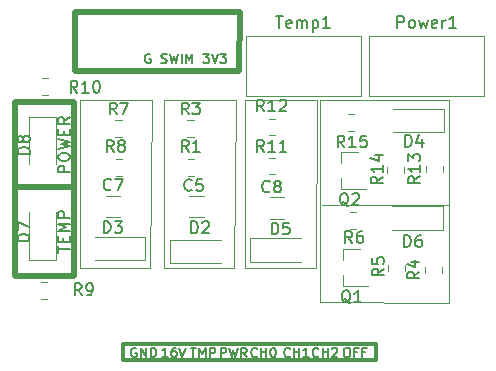
<source format=gbr>
%TF.GenerationSoftware,KiCad,Pcbnew,(5.1.4-0-10_14)*%
%TF.CreationDate,2019-08-17T10:21:19+03:00*%
%TF.ProjectId,Cooler_routed,436f6f6c-6572-45f7-926f-757465642e6b,rev?*%
%TF.SameCoordinates,Original*%
%TF.FileFunction,Legend,Top*%
%TF.FilePolarity,Positive*%
%FSLAX46Y46*%
G04 Gerber Fmt 4.6, Leading zero omitted, Abs format (unit mm)*
G04 Created by KiCad (PCBNEW (5.1.4-0-10_14)) date 2019-08-17 10:21:19*
%MOMM*%
%LPD*%
G04 APERTURE LIST*
%ADD10C,0.120000*%
%ADD11C,0.500000*%
%ADD12C,0.150000*%
%ADD13C,0.300000*%
G04 APERTURE END LIST*
D10*
X210362800Y-91998800D02*
X210362800Y-106222800D01*
X210362800Y-106222800D02*
X216408000Y-106222800D01*
X216458800Y-91998800D02*
X210362800Y-91998800D01*
X216408000Y-106222800D02*
X216458800Y-91998800D01*
X203504800Y-106222800D02*
X209473800Y-106222800D01*
X209600800Y-91998800D02*
X203504800Y-91998800D01*
X209473800Y-106222800D02*
X209600800Y-91998800D01*
X203504800Y-91998800D02*
X203504800Y-106222800D01*
X227685600Y-100914200D02*
X216890600Y-100914200D01*
X227685600Y-100406200D02*
X227685600Y-100914200D01*
X227685600Y-109169200D02*
X227685600Y-92024200D01*
X216712800Y-109118400D02*
X227685600Y-109169200D01*
X216763600Y-92024200D02*
X216712800Y-109118400D01*
X227685600Y-92024200D02*
X216763600Y-92024200D01*
D11*
X196024500Y-89522300D02*
X209931000Y-89535000D01*
X196062600Y-84543900D02*
X209969100Y-84556600D01*
X195999100Y-84556600D02*
X196024500Y-89522300D01*
X209969100Y-84556600D02*
X209931000Y-89535000D01*
D12*
X201193476Y-113011000D02*
X201117285Y-112972904D01*
X201003000Y-112972904D01*
X200888714Y-113011000D01*
X200812523Y-113087190D01*
X200774428Y-113163380D01*
X200736333Y-113315761D01*
X200736333Y-113430047D01*
X200774428Y-113582428D01*
X200812523Y-113658619D01*
X200888714Y-113734809D01*
X201003000Y-113772904D01*
X201079190Y-113772904D01*
X201193476Y-113734809D01*
X201231571Y-113696714D01*
X201231571Y-113430047D01*
X201079190Y-113430047D01*
X201574428Y-113772904D02*
X201574428Y-112972904D01*
X202031571Y-113772904D01*
X202031571Y-112972904D01*
X202412523Y-113772904D02*
X202412523Y-112972904D01*
X202603000Y-112972904D01*
X202717285Y-113011000D01*
X202793476Y-113087190D01*
X202831571Y-113163380D01*
X202869666Y-113315761D01*
X202869666Y-113430047D01*
X202831571Y-113582428D01*
X202793476Y-113658619D01*
X202717285Y-113734809D01*
X202603000Y-113772904D01*
X202412523Y-113772904D01*
X203847761Y-113772904D02*
X203390619Y-113772904D01*
X203619190Y-113772904D02*
X203619190Y-112972904D01*
X203543000Y-113087190D01*
X203466809Y-113163380D01*
X203390619Y-113201476D01*
X204533476Y-112972904D02*
X204381095Y-112972904D01*
X204304904Y-113011000D01*
X204266809Y-113049095D01*
X204190619Y-113163380D01*
X204152523Y-113315761D01*
X204152523Y-113620523D01*
X204190619Y-113696714D01*
X204228714Y-113734809D01*
X204304904Y-113772904D01*
X204457285Y-113772904D01*
X204533476Y-113734809D01*
X204571571Y-113696714D01*
X204609666Y-113620523D01*
X204609666Y-113430047D01*
X204571571Y-113353857D01*
X204533476Y-113315761D01*
X204457285Y-113277666D01*
X204304904Y-113277666D01*
X204228714Y-113315761D01*
X204190619Y-113353857D01*
X204152523Y-113430047D01*
X204838238Y-112972904D02*
X205104904Y-113772904D01*
X205371571Y-112972904D01*
X205797285Y-112972904D02*
X206254428Y-112972904D01*
X206025857Y-113772904D02*
X206025857Y-112972904D01*
X206521095Y-113772904D02*
X206521095Y-112972904D01*
X206787761Y-113544333D01*
X207054428Y-112972904D01*
X207054428Y-113772904D01*
X207435380Y-113772904D02*
X207435380Y-112972904D01*
X207740142Y-112972904D01*
X207816333Y-113011000D01*
X207854428Y-113049095D01*
X207892523Y-113125285D01*
X207892523Y-113239571D01*
X207854428Y-113315761D01*
X207816333Y-113353857D01*
X207740142Y-113391952D01*
X207435380Y-113391952D01*
X208356333Y-113772904D02*
X208356333Y-112972904D01*
X208661095Y-112972904D01*
X208737285Y-113011000D01*
X208775380Y-113049095D01*
X208813476Y-113125285D01*
X208813476Y-113239571D01*
X208775380Y-113315761D01*
X208737285Y-113353857D01*
X208661095Y-113391952D01*
X208356333Y-113391952D01*
X209080142Y-112972904D02*
X209270619Y-113772904D01*
X209423000Y-113201476D01*
X209575380Y-113772904D01*
X209765857Y-112972904D01*
X210527761Y-113772904D02*
X210261095Y-113391952D01*
X210070619Y-113772904D02*
X210070619Y-112972904D01*
X210375380Y-112972904D01*
X210451571Y-113011000D01*
X210489666Y-113049095D01*
X210527761Y-113125285D01*
X210527761Y-113239571D01*
X210489666Y-113315761D01*
X210451571Y-113353857D01*
X210375380Y-113391952D01*
X210070619Y-113391952D01*
X211410619Y-113696714D02*
X211372523Y-113734809D01*
X211258238Y-113772904D01*
X211182047Y-113772904D01*
X211067761Y-113734809D01*
X210991571Y-113658619D01*
X210953476Y-113582428D01*
X210915380Y-113430047D01*
X210915380Y-113315761D01*
X210953476Y-113163380D01*
X210991571Y-113087190D01*
X211067761Y-113011000D01*
X211182047Y-112972904D01*
X211258238Y-112972904D01*
X211372523Y-113011000D01*
X211410619Y-113049095D01*
X211753476Y-113772904D02*
X211753476Y-112972904D01*
X211753476Y-113353857D02*
X212210619Y-113353857D01*
X212210619Y-113772904D02*
X212210619Y-112972904D01*
X212743952Y-112972904D02*
X212820142Y-112972904D01*
X212896333Y-113011000D01*
X212934428Y-113049095D01*
X212972523Y-113125285D01*
X213010619Y-113277666D01*
X213010619Y-113468142D01*
X212972523Y-113620523D01*
X212934428Y-113696714D01*
X212896333Y-113734809D01*
X212820142Y-113772904D01*
X212743952Y-113772904D01*
X212667761Y-113734809D01*
X212629666Y-113696714D01*
X212591571Y-113620523D01*
X212553476Y-113468142D01*
X212553476Y-113277666D01*
X212591571Y-113125285D01*
X212629666Y-113049095D01*
X212667761Y-113011000D01*
X212743952Y-112972904D01*
X214204619Y-113696714D02*
X214166523Y-113734809D01*
X214052238Y-113772904D01*
X213976047Y-113772904D01*
X213861761Y-113734809D01*
X213785571Y-113658619D01*
X213747476Y-113582428D01*
X213709380Y-113430047D01*
X213709380Y-113315761D01*
X213747476Y-113163380D01*
X213785571Y-113087190D01*
X213861761Y-113011000D01*
X213976047Y-112972904D01*
X214052238Y-112972904D01*
X214166523Y-113011000D01*
X214204619Y-113049095D01*
X214547476Y-113772904D02*
X214547476Y-112972904D01*
X214547476Y-113353857D02*
X215004619Y-113353857D01*
X215004619Y-113772904D02*
X215004619Y-112972904D01*
X215804619Y-113772904D02*
X215347476Y-113772904D01*
X215576047Y-113772904D02*
X215576047Y-112972904D01*
X215499857Y-113087190D01*
X215423666Y-113163380D01*
X215347476Y-113201476D01*
X216617619Y-113696714D02*
X216579523Y-113734809D01*
X216465238Y-113772904D01*
X216389047Y-113772904D01*
X216274761Y-113734809D01*
X216198571Y-113658619D01*
X216160476Y-113582428D01*
X216122380Y-113430047D01*
X216122380Y-113315761D01*
X216160476Y-113163380D01*
X216198571Y-113087190D01*
X216274761Y-113011000D01*
X216389047Y-112972904D01*
X216465238Y-112972904D01*
X216579523Y-113011000D01*
X216617619Y-113049095D01*
X216960476Y-113772904D02*
X216960476Y-112972904D01*
X216960476Y-113353857D02*
X217417619Y-113353857D01*
X217417619Y-113772904D02*
X217417619Y-112972904D01*
X217760476Y-113049095D02*
X217798571Y-113011000D01*
X217874761Y-112972904D01*
X218065238Y-112972904D01*
X218141428Y-113011000D01*
X218179523Y-113049095D01*
X218217619Y-113125285D01*
X218217619Y-113201476D01*
X218179523Y-113315761D01*
X217722380Y-113772904D01*
X218217619Y-113772904D01*
X218948095Y-112972904D02*
X219100476Y-112972904D01*
X219176666Y-113011000D01*
X219252857Y-113087190D01*
X219290952Y-113239571D01*
X219290952Y-113506238D01*
X219252857Y-113658619D01*
X219176666Y-113734809D01*
X219100476Y-113772904D01*
X218948095Y-113772904D01*
X218871904Y-113734809D01*
X218795714Y-113658619D01*
X218757619Y-113506238D01*
X218757619Y-113239571D01*
X218795714Y-113087190D01*
X218871904Y-113011000D01*
X218948095Y-112972904D01*
X219900476Y-113353857D02*
X219633809Y-113353857D01*
X219633809Y-113772904D02*
X219633809Y-112972904D01*
X220014761Y-112972904D01*
X220586190Y-113353857D02*
X220319523Y-113353857D01*
X220319523Y-113772904D02*
X220319523Y-112972904D01*
X220700476Y-112972904D01*
D10*
X196392800Y-106222800D02*
X202361800Y-106222800D01*
X196392800Y-91998800D02*
X196392800Y-106222800D01*
X202488800Y-91998800D02*
X196392800Y-91998800D01*
X202361800Y-106222800D02*
X202488800Y-91998800D01*
D11*
X190931800Y-99377500D02*
X195910200Y-99364800D01*
X190906400Y-106934000D02*
X195961000Y-106934000D01*
X195961000Y-106934000D02*
X195910200Y-92151200D01*
D13*
X221488000Y-112649000D02*
X200075800Y-112649000D01*
D11*
X190906400Y-106934000D02*
X190931800Y-92163900D01*
X190931800Y-92163900D02*
X195910200Y-92151200D01*
D13*
X200075800Y-112649000D02*
X200075800Y-114046000D01*
X221488000Y-114046000D02*
X221488000Y-112649000D01*
X200152000Y-114046000D02*
X221488000Y-114046000D01*
D10*
%TO.C,Q1*%
X218658000Y-104592000D02*
X218658000Y-105522000D01*
X218658000Y-107752000D02*
X218658000Y-106822000D01*
X218658000Y-107752000D02*
X220818000Y-107752000D01*
X218658000Y-104592000D02*
X220118000Y-104592000D01*
%TO.C,R4*%
X227049000Y-106632252D02*
X227049000Y-106109748D01*
X225629000Y-106632252D02*
X225629000Y-106109748D01*
%TO.C,R5*%
X223938000Y-105965748D02*
X223938000Y-106488252D01*
X222518000Y-105965748D02*
X222518000Y-106488252D01*
%TO.C,R6*%
X219254748Y-102894000D02*
X219777252Y-102894000D01*
X219254748Y-101474000D02*
X219777252Y-101474000D01*
%TO.C,C5*%
X206901064Y-101926000D02*
X205696936Y-101926000D01*
X206901064Y-100106000D02*
X205696936Y-100106000D01*
%TO.C,C7*%
X198620936Y-101926000D02*
X199825064Y-101926000D01*
X198620936Y-100106000D02*
X199825064Y-100106000D01*
%TO.C,C8*%
X213722064Y-102053000D02*
X212517936Y-102053000D01*
X213722064Y-100233000D02*
X212517936Y-100233000D01*
%TO.C,D2*%
X208331000Y-103826000D02*
X204031000Y-103826000D01*
X204031000Y-103826000D02*
X204031000Y-105826000D01*
X204031000Y-105826000D02*
X208331000Y-105826000D01*
%TO.C,D3*%
X201963000Y-103572000D02*
X197663000Y-103572000D01*
X201963000Y-105572000D02*
X201963000Y-103572000D01*
X197663000Y-105572000D02*
X201963000Y-105572000D01*
%TO.C,D4*%
X222938000Y-94726000D02*
X227238000Y-94726000D01*
X227238000Y-94726000D02*
X227238000Y-92726000D01*
X227238000Y-92726000D02*
X222938000Y-92726000D01*
%TO.C,D5*%
X215161000Y-103699000D02*
X210861000Y-103699000D01*
X210861000Y-103699000D02*
X210861000Y-105699000D01*
X210861000Y-105699000D02*
X215161000Y-105699000D01*
%TO.C,D6*%
X227165000Y-100981000D02*
X222865000Y-100981000D01*
X227165000Y-102981000D02*
X227165000Y-100981000D01*
X222865000Y-102981000D02*
X227165000Y-102981000D01*
%TO.C,D7*%
X192134000Y-101524000D02*
X192134000Y-105584000D01*
X192134000Y-105584000D02*
X194404000Y-105584000D01*
X194404000Y-105584000D02*
X194404000Y-101524000D01*
%TO.C,D8*%
X192134000Y-93399600D02*
X192134000Y-97459600D01*
X194404000Y-93399600D02*
X192134000Y-93399600D01*
X194404000Y-97459600D02*
X194404000Y-93399600D01*
%TO.C,Q2*%
X218493000Y-96362400D02*
X218493000Y-97292400D01*
X218493000Y-99522400D02*
X218493000Y-98592400D01*
X218493000Y-99522400D02*
X220653000Y-99522400D01*
X218493000Y-96362400D02*
X219953000Y-96362400D01*
%TO.C,R1*%
X206052252Y-97003800D02*
X205529748Y-97003800D01*
X206052252Y-98423800D02*
X205529748Y-98423800D01*
%TO.C,R3*%
X205520748Y-93701800D02*
X206043252Y-93701800D01*
X205520748Y-95121800D02*
X206043252Y-95121800D01*
%TO.C,R7*%
X199424748Y-95121800D02*
X199947252Y-95121800D01*
X199424748Y-93701800D02*
X199947252Y-93701800D01*
%TO.C,R8*%
X199956252Y-98423800D02*
X199433748Y-98423800D01*
X199956252Y-97003800D02*
X199433748Y-97003800D01*
%TO.C,R9*%
X193134748Y-107443000D02*
X193657252Y-107443000D01*
X193134748Y-108863000D02*
X193657252Y-108863000D01*
%TO.C,R10*%
X193235748Y-91591200D02*
X193758252Y-91591200D01*
X193235748Y-90171200D02*
X193758252Y-90171200D01*
%TO.C,R11*%
X212387748Y-96876800D02*
X212910252Y-96876800D01*
X212387748Y-98296800D02*
X212910252Y-98296800D01*
%TO.C,R12*%
X212919252Y-93574800D02*
X212396748Y-93574800D01*
X212919252Y-94994800D02*
X212396748Y-94994800D01*
%TO.C,R13*%
X225706000Y-98093052D02*
X225706000Y-97570548D01*
X227126000Y-98093052D02*
X227126000Y-97570548D01*
%TO.C,R14*%
X223874000Y-97672148D02*
X223874000Y-98194652D01*
X222454000Y-97672148D02*
X222454000Y-98194652D01*
%TO.C,R15*%
X219083748Y-94639200D02*
X219606252Y-94639200D01*
X219083748Y-93219200D02*
X219606252Y-93219200D01*
%TO.C,Power1*%
X230640000Y-86573200D02*
X230640000Y-91643200D01*
X220870000Y-86573200D02*
X220870000Y-91643200D01*
X220870000Y-91643200D02*
X230640000Y-91643200D01*
X220870000Y-86573200D02*
X230640000Y-86573200D01*
%TO.C,Temp1*%
X210456000Y-86573200D02*
X220226000Y-86573200D01*
X210456000Y-91643200D02*
X220226000Y-91643200D01*
X210456000Y-86573200D02*
X210456000Y-91643200D01*
X220226000Y-86573200D02*
X220226000Y-91643200D01*
%TO.C,J3*%
D12*
X202368523Y-88119000D02*
X202292333Y-88080904D01*
X202178047Y-88080904D01*
X202063761Y-88119000D01*
X201987571Y-88195190D01*
X201949476Y-88271380D01*
X201911380Y-88423761D01*
X201911380Y-88538047D01*
X201949476Y-88690428D01*
X201987571Y-88766619D01*
X202063761Y-88842809D01*
X202178047Y-88880904D01*
X202254238Y-88880904D01*
X202368523Y-88842809D01*
X202406619Y-88804714D01*
X202406619Y-88538047D01*
X202254238Y-88538047D01*
X203320904Y-88842809D02*
X203435190Y-88880904D01*
X203625666Y-88880904D01*
X203701857Y-88842809D01*
X203739952Y-88804714D01*
X203778047Y-88728523D01*
X203778047Y-88652333D01*
X203739952Y-88576142D01*
X203701857Y-88538047D01*
X203625666Y-88499952D01*
X203473285Y-88461857D01*
X203397095Y-88423761D01*
X203359000Y-88385666D01*
X203320904Y-88309476D01*
X203320904Y-88233285D01*
X203359000Y-88157095D01*
X203397095Y-88119000D01*
X203473285Y-88080904D01*
X203663761Y-88080904D01*
X203778047Y-88119000D01*
X204044714Y-88080904D02*
X204235190Y-88880904D01*
X204387571Y-88309476D01*
X204539952Y-88880904D01*
X204730428Y-88080904D01*
X205035190Y-88880904D02*
X205035190Y-88080904D01*
X205416142Y-88880904D02*
X205416142Y-88080904D01*
X205682809Y-88652333D01*
X205949476Y-88080904D01*
X205949476Y-88880904D01*
X206863761Y-88080904D02*
X207359000Y-88080904D01*
X207092333Y-88385666D01*
X207206619Y-88385666D01*
X207282809Y-88423761D01*
X207320904Y-88461857D01*
X207359000Y-88538047D01*
X207359000Y-88728523D01*
X207320904Y-88804714D01*
X207282809Y-88842809D01*
X207206619Y-88880904D01*
X206978047Y-88880904D01*
X206901857Y-88842809D01*
X206863761Y-88804714D01*
X207587571Y-88080904D02*
X207854238Y-88880904D01*
X208120904Y-88080904D01*
X208311380Y-88080904D02*
X208806619Y-88080904D01*
X208539952Y-88385666D01*
X208654238Y-88385666D01*
X208730428Y-88423761D01*
X208768523Y-88461857D01*
X208806619Y-88538047D01*
X208806619Y-88728523D01*
X208768523Y-88804714D01*
X208730428Y-88842809D01*
X208654238Y-88880904D01*
X208425666Y-88880904D01*
X208349476Y-88842809D01*
X208311380Y-88804714D01*
%TO.C,Q1*%
X219322761Y-109219619D02*
X219227523Y-109172000D01*
X219132285Y-109076761D01*
X218989428Y-108933904D01*
X218894190Y-108886285D01*
X218798952Y-108886285D01*
X218846571Y-109124380D02*
X218751333Y-109076761D01*
X218656095Y-108981523D01*
X218608476Y-108791047D01*
X218608476Y-108457714D01*
X218656095Y-108267238D01*
X218751333Y-108172000D01*
X218846571Y-108124380D01*
X219037047Y-108124380D01*
X219132285Y-108172000D01*
X219227523Y-108267238D01*
X219275142Y-108457714D01*
X219275142Y-108791047D01*
X219227523Y-108981523D01*
X219132285Y-109076761D01*
X219037047Y-109124380D01*
X218846571Y-109124380D01*
X220227523Y-109124380D02*
X219656095Y-109124380D01*
X219941809Y-109124380D02*
X219941809Y-108124380D01*
X219846571Y-108267238D01*
X219751333Y-108362476D01*
X219656095Y-108410095D01*
%TO.C,R4*%
X225141380Y-106537666D02*
X224665190Y-106871000D01*
X225141380Y-107109095D02*
X224141380Y-107109095D01*
X224141380Y-106728142D01*
X224189000Y-106632904D01*
X224236619Y-106585285D01*
X224331857Y-106537666D01*
X224474714Y-106537666D01*
X224569952Y-106585285D01*
X224617571Y-106632904D01*
X224665190Y-106728142D01*
X224665190Y-107109095D01*
X224474714Y-105680523D02*
X225141380Y-105680523D01*
X224093761Y-105918619D02*
X224808047Y-106156714D01*
X224808047Y-105537666D01*
%TO.C,R5*%
X222156380Y-106275666D02*
X221680190Y-106609000D01*
X222156380Y-106847095D02*
X221156380Y-106847095D01*
X221156380Y-106466142D01*
X221204000Y-106370904D01*
X221251619Y-106323285D01*
X221346857Y-106275666D01*
X221489714Y-106275666D01*
X221584952Y-106323285D01*
X221632571Y-106370904D01*
X221680190Y-106466142D01*
X221680190Y-106847095D01*
X221156380Y-105370904D02*
X221156380Y-105847095D01*
X221632571Y-105894714D01*
X221584952Y-105847095D01*
X221537333Y-105751857D01*
X221537333Y-105513761D01*
X221584952Y-105418523D01*
X221632571Y-105370904D01*
X221727809Y-105323285D01*
X221965904Y-105323285D01*
X222061142Y-105370904D01*
X222108761Y-105418523D01*
X222156380Y-105513761D01*
X222156380Y-105751857D01*
X222108761Y-105847095D01*
X222061142Y-105894714D01*
%TO.C,R6*%
X219467333Y-104096880D02*
X219134000Y-103620690D01*
X218895904Y-104096880D02*
X218895904Y-103096880D01*
X219276857Y-103096880D01*
X219372095Y-103144500D01*
X219419714Y-103192119D01*
X219467333Y-103287357D01*
X219467333Y-103430214D01*
X219419714Y-103525452D01*
X219372095Y-103573071D01*
X219276857Y-103620690D01*
X218895904Y-103620690D01*
X220324476Y-103096880D02*
X220134000Y-103096880D01*
X220038761Y-103144500D01*
X219991142Y-103192119D01*
X219895904Y-103334976D01*
X219848285Y-103525452D01*
X219848285Y-103906404D01*
X219895904Y-104001642D01*
X219943523Y-104049261D01*
X220038761Y-104096880D01*
X220229238Y-104096880D01*
X220324476Y-104049261D01*
X220372095Y-104001642D01*
X220419714Y-103906404D01*
X220419714Y-103668309D01*
X220372095Y-103573071D01*
X220324476Y-103525452D01*
X220229238Y-103477833D01*
X220038761Y-103477833D01*
X219943523Y-103525452D01*
X219895904Y-103573071D01*
X219848285Y-103668309D01*
%TO.C,C5*%
X205878333Y-99595142D02*
X205830714Y-99642761D01*
X205687857Y-99690380D01*
X205592619Y-99690380D01*
X205449761Y-99642761D01*
X205354523Y-99547523D01*
X205306904Y-99452285D01*
X205259285Y-99261809D01*
X205259285Y-99118952D01*
X205306904Y-98928476D01*
X205354523Y-98833238D01*
X205449761Y-98738000D01*
X205592619Y-98690380D01*
X205687857Y-98690380D01*
X205830714Y-98738000D01*
X205878333Y-98785619D01*
X206783095Y-98690380D02*
X206306904Y-98690380D01*
X206259285Y-99166571D01*
X206306904Y-99118952D01*
X206402142Y-99071333D01*
X206640238Y-99071333D01*
X206735476Y-99118952D01*
X206783095Y-99166571D01*
X206830714Y-99261809D01*
X206830714Y-99499904D01*
X206783095Y-99595142D01*
X206735476Y-99642761D01*
X206640238Y-99690380D01*
X206402142Y-99690380D01*
X206306904Y-99642761D01*
X206259285Y-99595142D01*
%TO.C,C7*%
X199056333Y-99553142D02*
X199008714Y-99600761D01*
X198865857Y-99648380D01*
X198770619Y-99648380D01*
X198627761Y-99600761D01*
X198532523Y-99505523D01*
X198484904Y-99410285D01*
X198437285Y-99219809D01*
X198437285Y-99076952D01*
X198484904Y-98886476D01*
X198532523Y-98791238D01*
X198627761Y-98696000D01*
X198770619Y-98648380D01*
X198865857Y-98648380D01*
X199008714Y-98696000D01*
X199056333Y-98743619D01*
X199389666Y-98648380D02*
X200056333Y-98648380D01*
X199627761Y-99648380D01*
%TO.C,C8*%
X212481833Y-99722142D02*
X212434214Y-99769761D01*
X212291357Y-99817380D01*
X212196119Y-99817380D01*
X212053261Y-99769761D01*
X211958023Y-99674523D01*
X211910404Y-99579285D01*
X211862785Y-99388809D01*
X211862785Y-99245952D01*
X211910404Y-99055476D01*
X211958023Y-98960238D01*
X212053261Y-98865000D01*
X212196119Y-98817380D01*
X212291357Y-98817380D01*
X212434214Y-98865000D01*
X212481833Y-98912619D01*
X213053261Y-99245952D02*
X212958023Y-99198333D01*
X212910404Y-99150714D01*
X212862785Y-99055476D01*
X212862785Y-99007857D01*
X212910404Y-98912619D01*
X212958023Y-98865000D01*
X213053261Y-98817380D01*
X213243738Y-98817380D01*
X213338976Y-98865000D01*
X213386595Y-98912619D01*
X213434214Y-99007857D01*
X213434214Y-99055476D01*
X213386595Y-99150714D01*
X213338976Y-99198333D01*
X213243738Y-99245952D01*
X213053261Y-99245952D01*
X212958023Y-99293571D01*
X212910404Y-99341190D01*
X212862785Y-99436428D01*
X212862785Y-99626904D01*
X212910404Y-99722142D01*
X212958023Y-99769761D01*
X213053261Y-99817380D01*
X213243738Y-99817380D01*
X213338976Y-99769761D01*
X213386595Y-99722142D01*
X213434214Y-99626904D01*
X213434214Y-99436428D01*
X213386595Y-99341190D01*
X213338976Y-99293571D01*
X213243738Y-99245952D01*
%TO.C,D2*%
X205842904Y-103278380D02*
X205842904Y-102278380D01*
X206081000Y-102278380D01*
X206223857Y-102326000D01*
X206319095Y-102421238D01*
X206366714Y-102516476D01*
X206414333Y-102706952D01*
X206414333Y-102849809D01*
X206366714Y-103040285D01*
X206319095Y-103135523D01*
X206223857Y-103230761D01*
X206081000Y-103278380D01*
X205842904Y-103278380D01*
X206795285Y-102373619D02*
X206842904Y-102326000D01*
X206938142Y-102278380D01*
X207176238Y-102278380D01*
X207271476Y-102326000D01*
X207319095Y-102373619D01*
X207366714Y-102468857D01*
X207366714Y-102564095D01*
X207319095Y-102706952D01*
X206747666Y-103278380D01*
X207366714Y-103278380D01*
%TO.C,D3*%
X198448904Y-103246380D02*
X198448904Y-102246380D01*
X198687000Y-102246380D01*
X198829857Y-102294000D01*
X198925095Y-102389238D01*
X198972714Y-102484476D01*
X199020333Y-102674952D01*
X199020333Y-102817809D01*
X198972714Y-103008285D01*
X198925095Y-103103523D01*
X198829857Y-103198761D01*
X198687000Y-103246380D01*
X198448904Y-103246380D01*
X199353666Y-102246380D02*
X199972714Y-102246380D01*
X199639380Y-102627333D01*
X199782238Y-102627333D01*
X199877476Y-102674952D01*
X199925095Y-102722571D01*
X199972714Y-102817809D01*
X199972714Y-103055904D01*
X199925095Y-103151142D01*
X199877476Y-103198761D01*
X199782238Y-103246380D01*
X199496523Y-103246380D01*
X199401285Y-103198761D01*
X199353666Y-103151142D01*
%TO.C,D4*%
X223949904Y-95956380D02*
X223949904Y-94956380D01*
X224188000Y-94956380D01*
X224330857Y-95004000D01*
X224426095Y-95099238D01*
X224473714Y-95194476D01*
X224521333Y-95384952D01*
X224521333Y-95527809D01*
X224473714Y-95718285D01*
X224426095Y-95813523D01*
X224330857Y-95908761D01*
X224188000Y-95956380D01*
X223949904Y-95956380D01*
X225378476Y-95289714D02*
X225378476Y-95956380D01*
X225140380Y-94908761D02*
X224902285Y-95623047D01*
X225521333Y-95623047D01*
%TO.C,D5*%
X212644904Y-103373380D02*
X212644904Y-102373380D01*
X212883000Y-102373380D01*
X213025857Y-102421000D01*
X213121095Y-102516238D01*
X213168714Y-102611476D01*
X213216333Y-102801952D01*
X213216333Y-102944809D01*
X213168714Y-103135285D01*
X213121095Y-103230523D01*
X213025857Y-103325761D01*
X212883000Y-103373380D01*
X212644904Y-103373380D01*
X214121095Y-102373380D02*
X213644904Y-102373380D01*
X213597285Y-102849571D01*
X213644904Y-102801952D01*
X213740142Y-102754333D01*
X213978238Y-102754333D01*
X214073476Y-102801952D01*
X214121095Y-102849571D01*
X214168714Y-102944809D01*
X214168714Y-103182904D01*
X214121095Y-103278142D01*
X214073476Y-103325761D01*
X213978238Y-103373380D01*
X213740142Y-103373380D01*
X213644904Y-103325761D01*
X213597285Y-103278142D01*
%TO.C,D6*%
X223876904Y-104433380D02*
X223876904Y-103433380D01*
X224115000Y-103433380D01*
X224257857Y-103481000D01*
X224353095Y-103576238D01*
X224400714Y-103671476D01*
X224448333Y-103861952D01*
X224448333Y-104004809D01*
X224400714Y-104195285D01*
X224353095Y-104290523D01*
X224257857Y-104385761D01*
X224115000Y-104433380D01*
X223876904Y-104433380D01*
X225305476Y-103433380D02*
X225115000Y-103433380D01*
X225019761Y-103481000D01*
X224972142Y-103528619D01*
X224876904Y-103671476D01*
X224829285Y-103861952D01*
X224829285Y-104242904D01*
X224876904Y-104338142D01*
X224924523Y-104385761D01*
X225019761Y-104433380D01*
X225210238Y-104433380D01*
X225305476Y-104385761D01*
X225353095Y-104338142D01*
X225400714Y-104242904D01*
X225400714Y-104004809D01*
X225353095Y-103909571D01*
X225305476Y-103861952D01*
X225210238Y-103814333D01*
X225019761Y-103814333D01*
X224924523Y-103861952D01*
X224876904Y-103909571D01*
X224829285Y-104004809D01*
%TO.C,D7*%
X192146580Y-103912895D02*
X191146580Y-103912895D01*
X191146580Y-103674800D01*
X191194200Y-103531942D01*
X191289438Y-103436704D01*
X191384676Y-103389085D01*
X191575152Y-103341466D01*
X191718009Y-103341466D01*
X191908485Y-103389085D01*
X192003723Y-103436704D01*
X192098961Y-103531942D01*
X192146580Y-103674800D01*
X192146580Y-103912895D01*
X191146580Y-103008133D02*
X191146580Y-102341466D01*
X192146580Y-102770038D01*
X194541380Y-104933523D02*
X194541380Y-104362095D01*
X195541380Y-104647809D02*
X194541380Y-104647809D01*
X195017571Y-104028761D02*
X195017571Y-103695428D01*
X195541380Y-103552571D02*
X195541380Y-104028761D01*
X194541380Y-104028761D01*
X194541380Y-103552571D01*
X195541380Y-103124000D02*
X194541380Y-103124000D01*
X195255666Y-102790666D01*
X194541380Y-102457333D01*
X195541380Y-102457333D01*
X195541380Y-101981142D02*
X194541380Y-101981142D01*
X194541380Y-101600190D01*
X194589000Y-101504952D01*
X194636619Y-101457333D01*
X194731857Y-101409714D01*
X194874714Y-101409714D01*
X194969952Y-101457333D01*
X195017571Y-101504952D01*
X195065190Y-101600190D01*
X195065190Y-101981142D01*
%TO.C,D8*%
X192171980Y-96546895D02*
X191171980Y-96546895D01*
X191171980Y-96308800D01*
X191219600Y-96165942D01*
X191314838Y-96070704D01*
X191410076Y-96023085D01*
X191600552Y-95975466D01*
X191743409Y-95975466D01*
X191933885Y-96023085D01*
X192029123Y-96070704D01*
X192124361Y-96165942D01*
X192171980Y-96308800D01*
X192171980Y-96546895D01*
X191600552Y-95404038D02*
X191552933Y-95499276D01*
X191505314Y-95546895D01*
X191410076Y-95594514D01*
X191362457Y-95594514D01*
X191267219Y-95546895D01*
X191219600Y-95499276D01*
X191171980Y-95404038D01*
X191171980Y-95213561D01*
X191219600Y-95118323D01*
X191267219Y-95070704D01*
X191362457Y-95023085D01*
X191410076Y-95023085D01*
X191505314Y-95070704D01*
X191552933Y-95118323D01*
X191600552Y-95213561D01*
X191600552Y-95404038D01*
X191648171Y-95499276D01*
X191695790Y-95546895D01*
X191791028Y-95594514D01*
X191981504Y-95594514D01*
X192076742Y-95546895D01*
X192124361Y-95499276D01*
X192171980Y-95404038D01*
X192171980Y-95213561D01*
X192124361Y-95118323D01*
X192076742Y-95070704D01*
X191981504Y-95023085D01*
X191791028Y-95023085D01*
X191695790Y-95070704D01*
X191648171Y-95118323D01*
X191600552Y-95213561D01*
X195575580Y-98118323D02*
X194575580Y-98118323D01*
X194575580Y-97737371D01*
X194623200Y-97642133D01*
X194670819Y-97594514D01*
X194766057Y-97546895D01*
X194908914Y-97546895D01*
X195004152Y-97594514D01*
X195051771Y-97642133D01*
X195099390Y-97737371D01*
X195099390Y-98118323D01*
X194575580Y-96927847D02*
X194575580Y-96737371D01*
X194623200Y-96642133D01*
X194718438Y-96546895D01*
X194908914Y-96499276D01*
X195242247Y-96499276D01*
X195432723Y-96546895D01*
X195527961Y-96642133D01*
X195575580Y-96737371D01*
X195575580Y-96927847D01*
X195527961Y-97023085D01*
X195432723Y-97118323D01*
X195242247Y-97165942D01*
X194908914Y-97165942D01*
X194718438Y-97118323D01*
X194623200Y-97023085D01*
X194575580Y-96927847D01*
X194575580Y-96165942D02*
X195575580Y-95927847D01*
X194861295Y-95737371D01*
X195575580Y-95546895D01*
X194575580Y-95308800D01*
X195051771Y-94927847D02*
X195051771Y-94594514D01*
X195575580Y-94451657D02*
X195575580Y-94927847D01*
X194575580Y-94927847D01*
X194575580Y-94451657D01*
X195575580Y-93451657D02*
X195099390Y-93784990D01*
X195575580Y-94023085D02*
X194575580Y-94023085D01*
X194575580Y-93642133D01*
X194623200Y-93546895D01*
X194670819Y-93499276D01*
X194766057Y-93451657D01*
X194908914Y-93451657D01*
X195004152Y-93499276D01*
X195051771Y-93546895D01*
X195099390Y-93642133D01*
X195099390Y-94023085D01*
%TO.C,Q2*%
X219157761Y-100990019D02*
X219062523Y-100942400D01*
X218967285Y-100847161D01*
X218824428Y-100704304D01*
X218729190Y-100656685D01*
X218633952Y-100656685D01*
X218681571Y-100894780D02*
X218586333Y-100847161D01*
X218491095Y-100751923D01*
X218443476Y-100561447D01*
X218443476Y-100228114D01*
X218491095Y-100037638D01*
X218586333Y-99942400D01*
X218681571Y-99894780D01*
X218872047Y-99894780D01*
X218967285Y-99942400D01*
X219062523Y-100037638D01*
X219110142Y-100228114D01*
X219110142Y-100561447D01*
X219062523Y-100751923D01*
X218967285Y-100847161D01*
X218872047Y-100894780D01*
X218681571Y-100894780D01*
X219491095Y-99990019D02*
X219538714Y-99942400D01*
X219633952Y-99894780D01*
X219872047Y-99894780D01*
X219967285Y-99942400D01*
X220014904Y-99990019D01*
X220062523Y-100085257D01*
X220062523Y-100180495D01*
X220014904Y-100323352D01*
X219443476Y-100894780D01*
X220062523Y-100894780D01*
%TO.C,R1*%
X205624333Y-96388180D02*
X205291000Y-95911990D01*
X205052904Y-96388180D02*
X205052904Y-95388180D01*
X205433857Y-95388180D01*
X205529095Y-95435800D01*
X205576714Y-95483419D01*
X205624333Y-95578657D01*
X205624333Y-95721514D01*
X205576714Y-95816752D01*
X205529095Y-95864371D01*
X205433857Y-95911990D01*
X205052904Y-95911990D01*
X206576714Y-96388180D02*
X206005285Y-96388180D01*
X206291000Y-96388180D02*
X206291000Y-95388180D01*
X206195761Y-95531038D01*
X206100523Y-95626276D01*
X206005285Y-95673895D01*
%TO.C,R3*%
X205615333Y-93214180D02*
X205282000Y-92737990D01*
X205043904Y-93214180D02*
X205043904Y-92214180D01*
X205424857Y-92214180D01*
X205520095Y-92261800D01*
X205567714Y-92309419D01*
X205615333Y-92404657D01*
X205615333Y-92547514D01*
X205567714Y-92642752D01*
X205520095Y-92690371D01*
X205424857Y-92737990D01*
X205043904Y-92737990D01*
X205948666Y-92214180D02*
X206567714Y-92214180D01*
X206234380Y-92595133D01*
X206377238Y-92595133D01*
X206472476Y-92642752D01*
X206520095Y-92690371D01*
X206567714Y-92785609D01*
X206567714Y-93023704D01*
X206520095Y-93118942D01*
X206472476Y-93166561D01*
X206377238Y-93214180D01*
X206091523Y-93214180D01*
X205996285Y-93166561D01*
X205948666Y-93118942D01*
%TO.C,R7*%
X199519333Y-93214180D02*
X199186000Y-92737990D01*
X198947904Y-93214180D02*
X198947904Y-92214180D01*
X199328857Y-92214180D01*
X199424095Y-92261800D01*
X199471714Y-92309419D01*
X199519333Y-92404657D01*
X199519333Y-92547514D01*
X199471714Y-92642752D01*
X199424095Y-92690371D01*
X199328857Y-92737990D01*
X198947904Y-92737990D01*
X199852666Y-92214180D02*
X200519333Y-92214180D01*
X200090761Y-93214180D01*
%TO.C,R8*%
X199274333Y-96388180D02*
X198941000Y-95911990D01*
X198702904Y-96388180D02*
X198702904Y-95388180D01*
X199083857Y-95388180D01*
X199179095Y-95435800D01*
X199226714Y-95483419D01*
X199274333Y-95578657D01*
X199274333Y-95721514D01*
X199226714Y-95816752D01*
X199179095Y-95864371D01*
X199083857Y-95911990D01*
X198702904Y-95911990D01*
X199845761Y-95816752D02*
X199750523Y-95769133D01*
X199702904Y-95721514D01*
X199655285Y-95626276D01*
X199655285Y-95578657D01*
X199702904Y-95483419D01*
X199750523Y-95435800D01*
X199845761Y-95388180D01*
X200036238Y-95388180D01*
X200131476Y-95435800D01*
X200179095Y-95483419D01*
X200226714Y-95578657D01*
X200226714Y-95626276D01*
X200179095Y-95721514D01*
X200131476Y-95769133D01*
X200036238Y-95816752D01*
X199845761Y-95816752D01*
X199750523Y-95864371D01*
X199702904Y-95911990D01*
X199655285Y-96007228D01*
X199655285Y-96197704D01*
X199702904Y-96292942D01*
X199750523Y-96340561D01*
X199845761Y-96388180D01*
X200036238Y-96388180D01*
X200131476Y-96340561D01*
X200179095Y-96292942D01*
X200226714Y-96197704D01*
X200226714Y-96007228D01*
X200179095Y-95911990D01*
X200131476Y-95864371D01*
X200036238Y-95816752D01*
%TO.C,R9*%
X196556733Y-108529180D02*
X196223400Y-108052990D01*
X195985304Y-108529180D02*
X195985304Y-107529180D01*
X196366257Y-107529180D01*
X196461495Y-107576800D01*
X196509114Y-107624419D01*
X196556733Y-107719657D01*
X196556733Y-107862514D01*
X196509114Y-107957752D01*
X196461495Y-108005371D01*
X196366257Y-108052990D01*
X195985304Y-108052990D01*
X197032923Y-108529180D02*
X197223400Y-108529180D01*
X197318638Y-108481561D01*
X197366257Y-108433942D01*
X197461495Y-108291085D01*
X197509114Y-108100609D01*
X197509114Y-107719657D01*
X197461495Y-107624419D01*
X197413876Y-107576800D01*
X197318638Y-107529180D01*
X197128161Y-107529180D01*
X197032923Y-107576800D01*
X196985304Y-107624419D01*
X196937685Y-107719657D01*
X196937685Y-107957752D01*
X196985304Y-108052990D01*
X197032923Y-108100609D01*
X197128161Y-108148228D01*
X197318638Y-108148228D01*
X197413876Y-108100609D01*
X197461495Y-108052990D01*
X197509114Y-107957752D01*
%TO.C,R10*%
X196206942Y-91384380D02*
X195873609Y-90908190D01*
X195635514Y-91384380D02*
X195635514Y-90384380D01*
X196016466Y-90384380D01*
X196111704Y-90432000D01*
X196159323Y-90479619D01*
X196206942Y-90574857D01*
X196206942Y-90717714D01*
X196159323Y-90812952D01*
X196111704Y-90860571D01*
X196016466Y-90908190D01*
X195635514Y-90908190D01*
X197159323Y-91384380D02*
X196587895Y-91384380D01*
X196873609Y-91384380D02*
X196873609Y-90384380D01*
X196778371Y-90527238D01*
X196683133Y-90622476D01*
X196587895Y-90670095D01*
X197778371Y-90384380D02*
X197873609Y-90384380D01*
X197968847Y-90432000D01*
X198016466Y-90479619D01*
X198064085Y-90574857D01*
X198111704Y-90765333D01*
X198111704Y-91003428D01*
X198064085Y-91193904D01*
X198016466Y-91289142D01*
X197968847Y-91336761D01*
X197873609Y-91384380D01*
X197778371Y-91384380D01*
X197683133Y-91336761D01*
X197635514Y-91289142D01*
X197587895Y-91193904D01*
X197540276Y-91003428D01*
X197540276Y-90765333D01*
X197587895Y-90574857D01*
X197635514Y-90479619D01*
X197683133Y-90432000D01*
X197778371Y-90384380D01*
%TO.C,R11*%
X212006142Y-96389180D02*
X211672809Y-95912990D01*
X211434714Y-96389180D02*
X211434714Y-95389180D01*
X211815666Y-95389180D01*
X211910904Y-95436800D01*
X211958523Y-95484419D01*
X212006142Y-95579657D01*
X212006142Y-95722514D01*
X211958523Y-95817752D01*
X211910904Y-95865371D01*
X211815666Y-95912990D01*
X211434714Y-95912990D01*
X212958523Y-96389180D02*
X212387095Y-96389180D01*
X212672809Y-96389180D02*
X212672809Y-95389180D01*
X212577571Y-95532038D01*
X212482333Y-95627276D01*
X212387095Y-95674895D01*
X213910904Y-96389180D02*
X213339476Y-96389180D01*
X213625190Y-96389180D02*
X213625190Y-95389180D01*
X213529952Y-95532038D01*
X213434714Y-95627276D01*
X213339476Y-95674895D01*
%TO.C,R12*%
X212006142Y-92959180D02*
X211672809Y-92482990D01*
X211434714Y-92959180D02*
X211434714Y-91959180D01*
X211815666Y-91959180D01*
X211910904Y-92006800D01*
X211958523Y-92054419D01*
X212006142Y-92149657D01*
X212006142Y-92292514D01*
X211958523Y-92387752D01*
X211910904Y-92435371D01*
X211815666Y-92482990D01*
X211434714Y-92482990D01*
X212958523Y-92959180D02*
X212387095Y-92959180D01*
X212672809Y-92959180D02*
X212672809Y-91959180D01*
X212577571Y-92102038D01*
X212482333Y-92197276D01*
X212387095Y-92244895D01*
X213339476Y-92054419D02*
X213387095Y-92006800D01*
X213482333Y-91959180D01*
X213720428Y-91959180D01*
X213815666Y-92006800D01*
X213863285Y-92054419D01*
X213910904Y-92149657D01*
X213910904Y-92244895D01*
X213863285Y-92387752D01*
X213291857Y-92959180D01*
X213910904Y-92959180D01*
%TO.C,R13*%
X225218380Y-98474657D02*
X224742190Y-98807990D01*
X225218380Y-99046085D02*
X224218380Y-99046085D01*
X224218380Y-98665133D01*
X224266000Y-98569895D01*
X224313619Y-98522276D01*
X224408857Y-98474657D01*
X224551714Y-98474657D01*
X224646952Y-98522276D01*
X224694571Y-98569895D01*
X224742190Y-98665133D01*
X224742190Y-99046085D01*
X225218380Y-97522276D02*
X225218380Y-98093704D01*
X225218380Y-97807990D02*
X224218380Y-97807990D01*
X224361238Y-97903228D01*
X224456476Y-97998466D01*
X224504095Y-98093704D01*
X224218380Y-97188942D02*
X224218380Y-96569895D01*
X224599333Y-96903228D01*
X224599333Y-96760371D01*
X224646952Y-96665133D01*
X224694571Y-96617514D01*
X224789809Y-96569895D01*
X225027904Y-96569895D01*
X225123142Y-96617514D01*
X225170761Y-96665133D01*
X225218380Y-96760371D01*
X225218380Y-97046085D01*
X225170761Y-97141323D01*
X225123142Y-97188942D01*
%TO.C,R14*%
X222041580Y-98483657D02*
X221565390Y-98816990D01*
X222041580Y-99055085D02*
X221041580Y-99055085D01*
X221041580Y-98674133D01*
X221089200Y-98578895D01*
X221136819Y-98531276D01*
X221232057Y-98483657D01*
X221374914Y-98483657D01*
X221470152Y-98531276D01*
X221517771Y-98578895D01*
X221565390Y-98674133D01*
X221565390Y-99055085D01*
X222041580Y-97531276D02*
X222041580Y-98102704D01*
X222041580Y-97816990D02*
X221041580Y-97816990D01*
X221184438Y-97912228D01*
X221279676Y-98007466D01*
X221327295Y-98102704D01*
X221374914Y-96674133D02*
X222041580Y-96674133D01*
X220993961Y-96912228D02*
X221708247Y-97150323D01*
X221708247Y-96531276D01*
%TO.C,R15*%
X218812742Y-96007180D02*
X218479409Y-95530990D01*
X218241314Y-96007180D02*
X218241314Y-95007180D01*
X218622266Y-95007180D01*
X218717504Y-95054800D01*
X218765123Y-95102419D01*
X218812742Y-95197657D01*
X218812742Y-95340514D01*
X218765123Y-95435752D01*
X218717504Y-95483371D01*
X218622266Y-95530990D01*
X218241314Y-95530990D01*
X219765123Y-96007180D02*
X219193695Y-96007180D01*
X219479409Y-96007180D02*
X219479409Y-95007180D01*
X219384171Y-95150038D01*
X219288933Y-95245276D01*
X219193695Y-95292895D01*
X220669885Y-95007180D02*
X220193695Y-95007180D01*
X220146076Y-95483371D01*
X220193695Y-95435752D01*
X220288933Y-95388133D01*
X220527028Y-95388133D01*
X220622266Y-95435752D01*
X220669885Y-95483371D01*
X220717504Y-95578609D01*
X220717504Y-95816704D01*
X220669885Y-95911942D01*
X220622266Y-95959561D01*
X220527028Y-96007180D01*
X220288933Y-96007180D01*
X220193695Y-95959561D01*
X220146076Y-95911942D01*
%TO.C,Power1*%
X223302619Y-85895580D02*
X223302619Y-84895580D01*
X223683571Y-84895580D01*
X223778809Y-84943200D01*
X223826428Y-84990819D01*
X223874047Y-85086057D01*
X223874047Y-85228914D01*
X223826428Y-85324152D01*
X223778809Y-85371771D01*
X223683571Y-85419390D01*
X223302619Y-85419390D01*
X224445476Y-85895580D02*
X224350238Y-85847961D01*
X224302619Y-85800342D01*
X224255000Y-85705104D01*
X224255000Y-85419390D01*
X224302619Y-85324152D01*
X224350238Y-85276533D01*
X224445476Y-85228914D01*
X224588333Y-85228914D01*
X224683571Y-85276533D01*
X224731190Y-85324152D01*
X224778809Y-85419390D01*
X224778809Y-85705104D01*
X224731190Y-85800342D01*
X224683571Y-85847961D01*
X224588333Y-85895580D01*
X224445476Y-85895580D01*
X225112142Y-85228914D02*
X225302619Y-85895580D01*
X225493095Y-85419390D01*
X225683571Y-85895580D01*
X225874047Y-85228914D01*
X226635952Y-85847961D02*
X226540714Y-85895580D01*
X226350238Y-85895580D01*
X226255000Y-85847961D01*
X226207380Y-85752723D01*
X226207380Y-85371771D01*
X226255000Y-85276533D01*
X226350238Y-85228914D01*
X226540714Y-85228914D01*
X226635952Y-85276533D01*
X226683571Y-85371771D01*
X226683571Y-85467009D01*
X226207380Y-85562247D01*
X227112142Y-85895580D02*
X227112142Y-85228914D01*
X227112142Y-85419390D02*
X227159761Y-85324152D01*
X227207380Y-85276533D01*
X227302619Y-85228914D01*
X227397857Y-85228914D01*
X228255000Y-85895580D02*
X227683571Y-85895580D01*
X227969285Y-85895580D02*
X227969285Y-84895580D01*
X227874047Y-85038438D01*
X227778809Y-85133676D01*
X227683571Y-85181295D01*
%TO.C,Temp1*%
X213031476Y-84895580D02*
X213602904Y-84895580D01*
X213317190Y-85895580D02*
X213317190Y-84895580D01*
X214317190Y-85847961D02*
X214221952Y-85895580D01*
X214031476Y-85895580D01*
X213936238Y-85847961D01*
X213888619Y-85752723D01*
X213888619Y-85371771D01*
X213936238Y-85276533D01*
X214031476Y-85228914D01*
X214221952Y-85228914D01*
X214317190Y-85276533D01*
X214364809Y-85371771D01*
X214364809Y-85467009D01*
X213888619Y-85562247D01*
X214793380Y-85895580D02*
X214793380Y-85228914D01*
X214793380Y-85324152D02*
X214841000Y-85276533D01*
X214936238Y-85228914D01*
X215079095Y-85228914D01*
X215174333Y-85276533D01*
X215221952Y-85371771D01*
X215221952Y-85895580D01*
X215221952Y-85371771D02*
X215269571Y-85276533D01*
X215364809Y-85228914D01*
X215507666Y-85228914D01*
X215602904Y-85276533D01*
X215650523Y-85371771D01*
X215650523Y-85895580D01*
X216126714Y-85228914D02*
X216126714Y-86228914D01*
X216126714Y-85276533D02*
X216221952Y-85228914D01*
X216412428Y-85228914D01*
X216507666Y-85276533D01*
X216555285Y-85324152D01*
X216602904Y-85419390D01*
X216602904Y-85705104D01*
X216555285Y-85800342D01*
X216507666Y-85847961D01*
X216412428Y-85895580D01*
X216221952Y-85895580D01*
X216126714Y-85847961D01*
X217555285Y-85895580D02*
X216983857Y-85895580D01*
X217269571Y-85895580D02*
X217269571Y-84895580D01*
X217174333Y-85038438D01*
X217079095Y-85133676D01*
X216983857Y-85181295D01*
%TD*%
M02*

</source>
